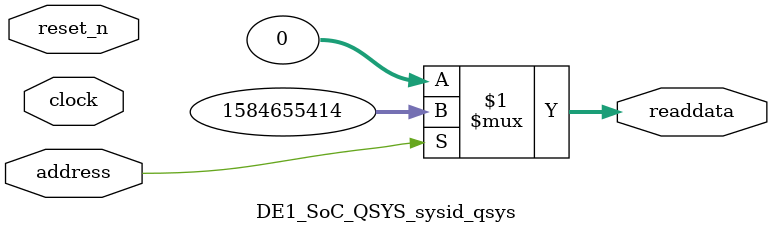
<source format=v>

`timescale 1ns / 1ps
// synthesis translate_on

// turn off superfluous verilog processor warnings 
// altera message_level Level1 
// altera message_off 10034 10035 10036 10037 10230 10240 10030 

module DE1_SoC_QSYS_sysid_qsys (
               // inputs:
                address,
                clock,
                reset_n,

               // outputs:
                readdata
             )
;

  output  [ 31: 0] readdata;
  input            address;
  input            clock;
  input            reset_n;

  wire    [ 31: 0] readdata;
  //control_slave, which is an e_avalon_slave
  assign readdata = address ? 1584655414 : 0;

endmodule




</source>
